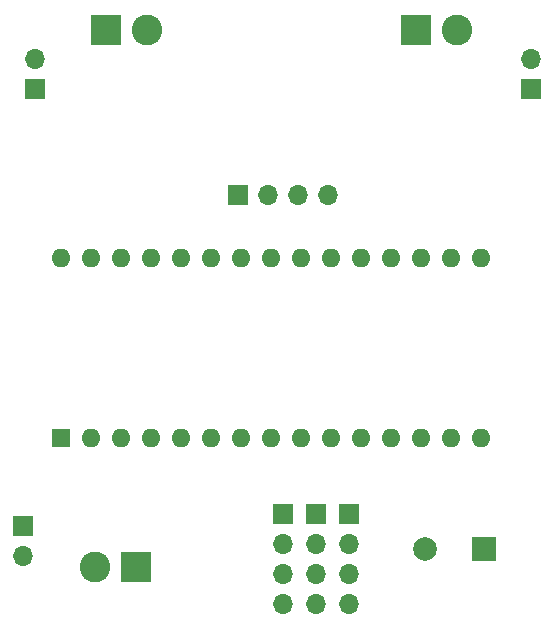
<source format=gbr>
%TF.GenerationSoftware,KiCad,Pcbnew,(6.0.1)*%
%TF.CreationDate,2022-02-19T19:16:45+01:00*%
%TF.ProjectId,NANOFC,4e414e4f-4643-42e6-9b69-6361645f7063,rev?*%
%TF.SameCoordinates,Original*%
%TF.FileFunction,Soldermask,Top*%
%TF.FilePolarity,Negative*%
%FSLAX46Y46*%
G04 Gerber Fmt 4.6, Leading zero omitted, Abs format (unit mm)*
G04 Created by KiCad (PCBNEW (6.0.1)) date 2022-02-19 19:16:45*
%MOMM*%
%LPD*%
G01*
G04 APERTURE LIST*
%ADD10R,2.600000X2.600000*%
%ADD11C,2.600000*%
%ADD12R,1.700000X1.700000*%
%ADD13O,1.700000X1.700000*%
%ADD14R,2.000000X2.000000*%
%ADD15C,2.000000*%
%ADD16R,1.600000X1.600000*%
%ADD17O,1.600000X1.600000*%
G04 APERTURE END LIST*
D10*
%TO.C,Pyro 2*%
X160000000Y-67000000D03*
D11*
X163500000Y-67000000D03*
%TD*%
D12*
%TO.C,Master Arm*%
X153000000Y-109000000D03*
D13*
X153000000Y-111540000D03*
%TD*%
D14*
%TO.C,BZ1*%
X192000000Y-111000000D03*
D15*
X187000000Y-111000000D03*
%TD*%
D12*
%TO.C,J3*%
X171200000Y-81000000D03*
D13*
X173740000Y-81000000D03*
X176280000Y-81000000D03*
X178820000Y-81000000D03*
%TD*%
D12*
%TO.C,GND*%
X180600000Y-108000000D03*
D13*
X180600000Y-110540000D03*
X180600000Y-113080000D03*
X180600000Y-115620000D03*
%TD*%
D16*
%TO.C,A1*%
X156210000Y-101590000D03*
D17*
X158750000Y-101590000D03*
X161290000Y-101590000D03*
X163830000Y-101590000D03*
X166370000Y-101590000D03*
X168910000Y-101590000D03*
X171450000Y-101590000D03*
X173990000Y-101590000D03*
X176530000Y-101590000D03*
X179070000Y-101590000D03*
X181610000Y-101590000D03*
X184150000Y-101590000D03*
X186690000Y-101590000D03*
X189230000Y-101590000D03*
X191770000Y-101590000D03*
X191770000Y-86350000D03*
X189230000Y-86350000D03*
X186690000Y-86350000D03*
X184150000Y-86350000D03*
X181610000Y-86350000D03*
X179070000Y-86350000D03*
X176530000Y-86350000D03*
X173990000Y-86350000D03*
X171450000Y-86350000D03*
X168910000Y-86350000D03*
X166370000Y-86350000D03*
X163830000Y-86350000D03*
X161290000Y-86350000D03*
X158750000Y-86350000D03*
X156210000Y-86350000D03*
%TD*%
D12*
%TO.C,P1 Arm*%
X196000000Y-72000000D03*
D13*
X196000000Y-69460000D03*
%TD*%
D12*
%TO.C,V+*%
X177800000Y-108000000D03*
D13*
X177800000Y-110540000D03*
X177800000Y-113080000D03*
X177800000Y-115620000D03*
%TD*%
D10*
%TO.C,Pyro 1*%
X186250000Y-67000000D03*
D11*
X189750000Y-67000000D03*
%TD*%
D10*
%TO.C,Power in*%
X162560000Y-112455000D03*
D11*
X159060000Y-112455000D03*
%TD*%
D13*
%TO.C,P2 Arm*%
X154000000Y-69460000D03*
D12*
X154000000Y-72000000D03*
%TD*%
%TO.C,SIG*%
X175000000Y-108000000D03*
D13*
X175000000Y-110540000D03*
X175000000Y-113080000D03*
X175000000Y-115620000D03*
%TD*%
M02*

</source>
